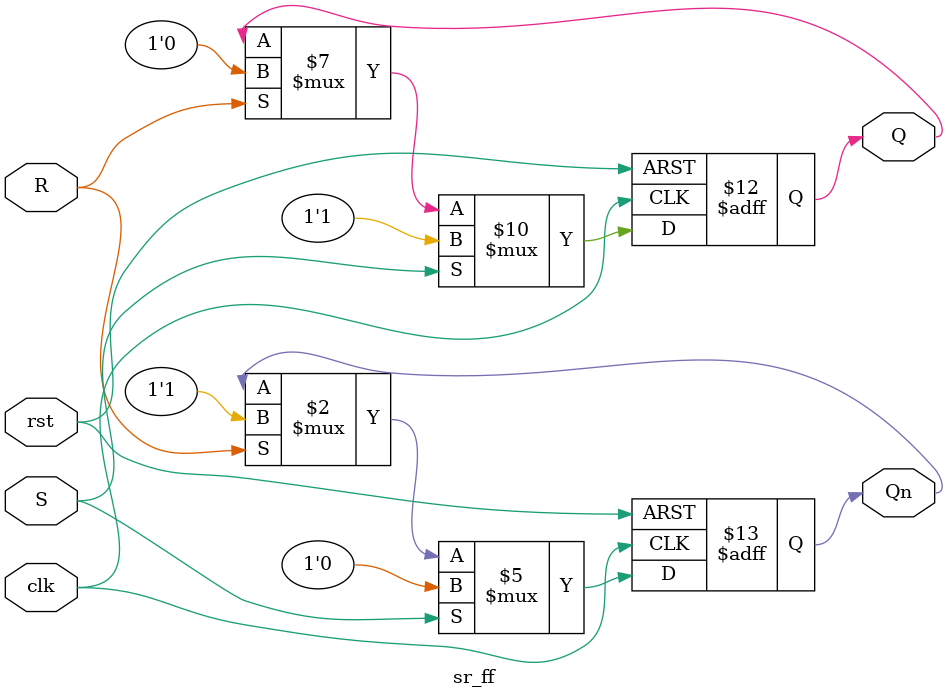
<source format=sv>
module sr_ff (
    input  logic S, R, clk, rst,
    output logic Q, Qn
  );
    always_ff @(posedge clk, posedge rst) begin
      if (rst) begin
        Q  <= 0;
        Qn <= 1;
      end else if (S) begin
        Q  <= 1;
        Qn <= 0;
      end else if (R) begin
        Q  <= 0;
        Qn <= 1;
      end
    end
endmodule
</source>
